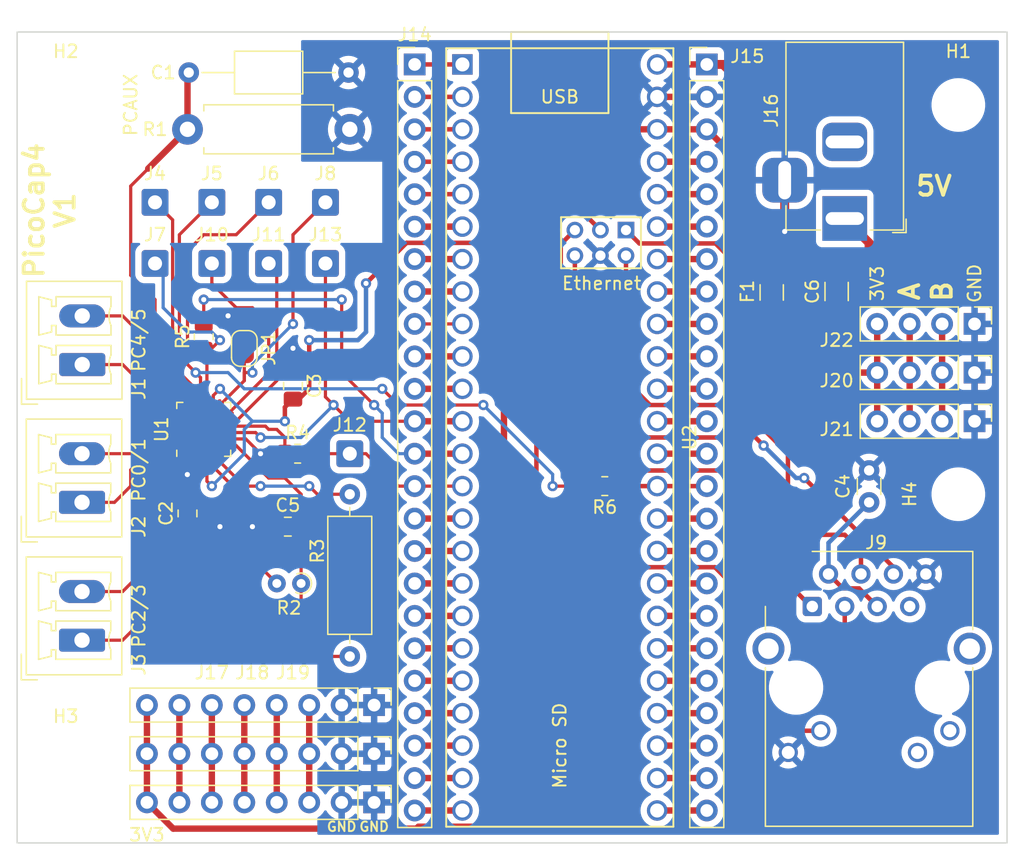
<source format=kicad_pcb>
(kicad_pcb (version 20211014) (generator pcbnew)
  (layers (0 "F.Cu" signal) (31 "B.Cu" signal) (34 "B.Paste" user) (35 "F.Paste" user) (36 "B.SilkS" user "B.Silkscreen") (37 "F.SilkS" user "F.Silkscreen") (38 "B.Mask" user) (39 "F.Mask" user) (44 "Edge.Cuts" user))
  (net 0 "")
  (net 1 "Net-(C1-Pad2)")
  (net 2 "Net-(C2-Pad2)")
  (net 3 "Net-(C4-Pad1)")
  (net 4 "ETH_GND")
  (net 5 "Net-(C5-Pad2)")
  (net 6 "Net-(C6-Pad1)")
  (net 7 "Net-(F1-Pad1)")
  (net 8 "Net-(J1-Pad1)")
  (net 9 "Net-(J1-Pad2)")
  (net 10 "Net-(J2-Pad1)")
  (net 11 "Net-(J2-Pad2)")
  (net 12 "Net-(J3-Pad1)")
  (net 13 "Net-(J3-Pad2)")
  (net 14 "Net-(J4-Pad1)")
  (net 15 "Net-(J5-Pad1)")
  (net 16 "SPI_SCK")
  (net 17 "COPI")
  (net 18 "Net-(J8-Pad1)")
  (net 19 "ETH_T+")
  (net 20 "ETH_T-")
  (net 21 "ETH_R+")
  (net 22 "ETH_R-")
  (net 24 "ETH_LED")
  (net 27 "Net-(J10-Pad1)")
  (net 28 "Net-(J11-Pad1)")
  (net 29 "CIPO")
  (net 30 "CS")
  (net 31 "Net-(J14-Pad1)")
  (net 32 "Net-(J14-Pad2)")
  (net 33 "Net-(J14-Pad3)")
  (net 34 "Net-(J14-Pad4)")
  (net 35 "Net-(J14-Pad5)")
  (net 36 "Net-(J14-Pad6)")
  (net 37 "Net-(J14-Pad7)")
  (net 38 "Net-(J14-Pad8)")
  (net 39 "Net-(J14-Pad9)")
  (net 40 "Net-(J14-Pad10)")
  (net 41 "Net-(J14-Pad11)")
  (net 42 "Net-(J14-Pad13)")
  (net 43 "Net-(J14-Pad15)")
  (net 44 "Net-(J14-Pad16)")
  (net 45 "Net-(J14-Pad17)")
  (net 46 "Net-(J14-Pad18)")
  (net 47 "Net-(J14-Pad19)")
  (net 48 "Net-(J14-Pad20)")
  (net 49 "Net-(J14-Pad21)")
  (net 50 "Net-(J14-Pad22)")
  (net 51 "Net-(J14-Pad23)")
  (net 52 "Net-(J14-Pad24)")
  (net 53 "+3V3")
  (net 54 "Net-(J15-Pad4)")
  (net 55 "Net-(J15-Pad5)")
  (net 56 "Net-(J15-Pad6)")
  (net 57 "Net-(J15-Pad7)")
  (net 58 "Net-(J15-Pad8)")
  (net 59 "Net-(J15-Pad9)")
  (net 60 "Net-(J15-Pad10)")
  (net 61 "Net-(J15-Pad11)")
  (net 62 "Net-(J15-Pad12)")
  (net 63 "Net-(J15-Pad13)")
  (net 64 "Net-(J15-Pad14)")
  (net 65 "Net-(J15-Pad15)")
  (net 66 "Net-(J15-Pad16)")
  (net 67 "Net-(J15-Pad17)")
  (net 68 "Net-(J15-Pad18)")
  (net 69 "Net-(J15-Pad19)")
  (net 70 "Net-(J15-Pad20)")
  (net 71 "Net-(J15-Pad21)")
  (net 72 "Net-(J15-Pad22)")
  (net 73 "Net-(J15-Pad23)")
  (net 74 "Net-(J15-Pad24)")
  (net 76 "Net-(R2-Pad2)")
  (net 77 "Net-(R3-Pad2)")
  (net 78 "Net-(R4-Pad1)")
  (net 79 "Net-(J17-Pad3)")
  (net 80 "Net-(J17-Pad4)")
  (net 81 "Net-(J17-Pad5)")
  (net 82 "Net-(J17-Pad6)")
  (net 83 "Net-(J17-Pad7)")
  (net 84 "Net-(J20-Pad2)")
  (net 85 "Net-(J20-Pad3)")
  (footprint "Package_DFN_QFN:QFN-24-1EP_4x4mm_P0.5mm_EP2.6x2.6mm" (layer "F.Cu") (at 158.115 84.455 90)
    (fp_text reference "U1")
    (fp_text value "PCap04")
  )
  (footprint "Capacitor_SMD:C_0805_2012Metric_Pad1.18x1.45mm_HandSolder" (layer "F.Cu") (at 164.6975 92.075)
    (fp_text reference "C5")
    (fp_text value "10nF C0G")
  )
  (footprint "Connector_Wire:SolderWire-0.5sqmm_1x01_D0.9mm_OD2.1mm" (layer "F.Cu") (at 163.195 66.675)
    (fp_text reference "J6")
    (fp_text value "Conn_01x01_Male")
  )
  (footprint "Connector_PinHeader_2.54mm:PinHeader_1x04_P2.54mm_Vertical" (layer "F.Cu") (at 218.44 76.2 -90)
    (fp_text reference "J22")
    (fp_text value "Conn_01x04")
  )
  (footprint "Connector_PinHeader_2.54mm:PinHeader_1x04_P2.54mm_Vertical" (layer "F.Cu") (at 218.44 80.01 -90)
    (fp_text reference "J20")
    (fp_text value "Conn_01x04")
  )
  (footprint "MountingHole:MountingHole_3.2mm_M3" (layer "F.Cu") (at 217.17 89.535)
    (fp_text reference "H4")
    (fp_text value "MountingHole")
  )
  (footprint "Connector_Wire:SolderWire-0.5sqmm_1x01_D0.9mm_OD2.1mm" (layer "F.Cu") (at 154.305 71.465)
    (fp_text reference "J7")
    (fp_text value "con")
  )
  (footprint "Capacitor_THT:C_Axial_L5.1mm_D3.1mm_P12.50mm_Horizontal" (layer "F.Cu") (at 169.445 56.515 180)
    (fp_text reference "C1")
    (fp_text value "0F")
  )
  (footprint "MountingHole:MountingHole_3.2mm_M3" (layer "F.Cu") (at 217.17 59.055)
    (fp_text reference "H1")
    (fp_text value "MountingHole")
  )
  (footprint "Connector_Wire:SolderWire-0.5sqmm_1x01_D0.9mm_OD2.1mm" (layer "F.Cu") (at 163.195 71.465)
    (fp_text reference "J11")
    (fp_text value "Conn_01x01_Male")
  )
  (footprint "MountingHole:MountingHole_3.2mm_M3" (layer "F.Cu") (at 147.32 111.125)
    (fp_text reference "H3")
    (fp_text value "MountingHole")
  )
  (footprint "Connector_PinHeader_2.54mm:PinHeader_1x24_P2.54mm_Vertical" (layer "F.Cu") (at 197.485 55.88)
    (fp_text reference "J15")
    (fp_text value "Conn_01x24")
  )
  (footprint "Jumper:SolderJumper-2_P1.3mm_Bridged_RoundedPad1.0x1.5mm" (layer "F.Cu") (at 161.29 78.12 90)
    (fp_text reference "JP1")
    (fp_text value "SolderJumper_2_Bridged")
  )
  (footprint "Capacitor_THT:C_Disc_D3.0mm_W1.6mm_P2.50mm" (layer "F.Cu") (at 210.185 90.17 90)
    (fp_text reference "C4")
    (fp_text value "0.1uF")
  )
  (footprint "Connector_Wire:SolderWire-0.5sqmm_1x01_D0.9mm_OD2.1mm" (layer "F.Cu") (at 169.545 86.36)
    (fp_text reference "J12")
    (fp_text value "Conn_01x01_Male")
  )
  (footprint "Connector_Wire:SolderWire-0.5sqmm_1x01_D0.9mm_OD2.1mm" (layer "F.Cu") (at 154.305 66.675)
    (fp_text reference "J4")
    (fp_text value "Conn_01x01_Male")
  )
  (footprint "Capacitor_SMD:C_1206_3216Metric_Pad1.33x1.80mm_HandSolder" (layer "F.Cu") (at 207.645 73.66 90)
    (fp_text reference "C6")
    (fp_text value "47uF")
  )
  (footprint "Resistor_THT:R_Axial_DIN0204_L3.6mm_D1.6mm_P1.90mm_Vertical" (layer "F.Cu") (at 165.735 96.52 180)
    (fp_text reference "R2")
    (fp_text value "1k RTD")
  )
  (footprint "Connector_Phoenix_MC:PhoenixContact_MCV_1,5_2-G-3.81_1x02_P3.81mm_Vertical" (layer "F.Cu") (at 148.59 90.17 90)
    (fp_text reference "J2")
    (fp_text value "Conn_01x02")
  )
  (footprint "Resistor_THT:R_Axial_DIN0309_L9.0mm_D3.2mm_P12.70mm_Horizontal" (layer "F.Cu") (at 169.545 102.235 90)
    (fp_text reference "R3")
    (fp_text value "1k")
  )
  (footprint "Connector_PinHeader_2.54mm:PinHeader_1x08_P2.54mm_Vertical" (layer "F.Cu") (at 171.45 106.045 -90)
    (fp_text reference "J17")
    (fp_text value "Conn_01x08")
  )
  (footprint "Connector_Wire:SolderWire-0.5sqmm_1x01_D0.9mm_OD2.1mm" (layer "F.Cu") (at 158.75 71.465)
    (fp_text reference "J10")
    (fp_text value "Conn_01x01_Male")
  )
  (footprint "Capacitor_SMD:C_0805_2012Metric_Pad1.18x1.45mm_HandSolder" (layer "F.Cu") (at 156.845 91.0375 90)
    (fp_text reference "C2")
    (fp_text value "4.7uF")
  )
  (footprint "Connector_Wire:SolderWire-0.5sqmm_1x01_D0.9mm_OD2.1mm" (layer "F.Cu") (at 167.64 71.465)
    (fp_text reference "J13")
    (fp_text value "Conn_01x01_Male")
  )
  (footprint "Resistor_THT:R_Axial_DIN0411_L9.9mm_D3.6mm_P12.70mm_Horizontal" (layer "F.Cu") (at 169.545 60.96 180)
    (fp_text reference "R1")
    (fp_text value "1k")
  )
  (footprint "Teensy:Teensy41" (layer "F.Cu") (at 185.9788 85.09 -90)
    (fp_text reference "U2")
    (fp_text value "Teensy4.1")
  )
  (footprint "Resistor_SMD:R_0805_2012Metric_Pad1.20x1.40mm_HandSolder" (layer "F.Cu") (at 165.465 86.36)
    (fp_text reference "R4")
    (fp_text value "22")
  )
  (footprint "Connector_Wire:SolderWire-0.5sqmm_1x01_D0.9mm_OD2.1mm" (layer "F.Cu") (at 158.75 66.675)
    (fp_text reference "J5")
    (fp_text value "con")
  )
  (footprint "Resistor_SMD:R_0805_2012Metric_Pad1.20x1.40mm_HandSolder" (layer "F.Cu") (at 189.5 88.9 180)
    (fp_text reference "R6")
    (fp_text value "22")
  )
  (footprint "Connector_BarrelJack:BarrelJack_Horizontal" (layer "F.Cu") (at 208.28 67.945 -90)
    (fp_text reference "J16")
    (fp_text value "Barrel_Jack_Switch_Pin3Ring")
  )
  (footprint "Connector_PinHeader_2.54mm:PinHeader_1x08_P2.54mm_Vertical" (layer "F.Cu") (at 171.45 109.855 -90)
    (fp_text reference "J18")
    (fp_text value "Conn_01x08")
  )
  (footprint "Connector_PinHeader_2.54mm:PinHeader_1x24_P2.54mm_Vertical" (layer "F.Cu") (at 174.625 55.88)
    (fp_text reference "J14")
    (fp_text value "Conn_01x24")
  )
  (footprint "Connector_Phoenix_MC:PhoenixContact_MCV_1,5_2-G-3.81_1x02_P3.81mm_Vertical" (layer "F.Cu") (at 148.59 100.965 90)
    (fp_text reference "J3")
    (fp_text value "Conn_01x02")
  )
  (footprint "MountingHole:MountingHole_3.2mm_M3" (layer "F.Cu") (at 147.32 59.055)
    (fp_text reference "H2")
    (fp_text value "MountingHole")
  )
  (footprint "Resistor_SMD:R_0805_2012Metric_Pad1.20x1.40mm_HandSolder" (layer "F.Cu") (at 158.115 77.2 90)
    (fp_text reference "R5")
    (fp_text value "22")
  )
  (footprint "Connector_PinHeader_2.54mm:PinHeader_1x04_P2.54mm_Vertical" (layer "F.Cu") (at 218.44 83.82 -90)
    (fp_text reference "J21")
    (fp_text value "Conn_01x04")
  )
  (footprint "Connector_PinHeader_2.54mm:PinHeader_1x08_P2.54mm_Vertical" (layer "F.Cu") (at 171.45 113.665 -90)
    (fp_text reference "J19")
    (fp_text value "Conn_01x08")
  )
  (footprint "Connector_RJ:RJ45_Cetus_J1B1211CCD_Horizontal" (layer "F.Cu") (at 205.74 98.325)
    (fp_text reference "J9")
    (fp_text value "RJ45_LED")
  )
  (footprint "Fuse:Fuse_1206_3216Metric_Pad1.42x1.75mm_HandSolder" (layer "F.Cu") (at 202.565 73.735 -90)
    (fp_text reference "F1")
    (fp_text value "Polyfuse 500mA")
  )
  (footprint "Connector_Wire:SolderWire-0.5sqmm_1x01_D0.9mm_OD2.1mm" (layer "F.Cu") (at 167.64 66.675)
    (fp_text reference "J8")
    (fp_text value "Conn_01x01_Male")
  )
  (footprint "Connector_Phoenix_MC:PhoenixContact_MCV_1,5_2-G-3.81_1x02_P3.81mm_Vertical" (layer "F.Cu") (at 148.6075 79.3825 90)
    (fp_text reference "J1")
    (fp_text value "Conn_01x02")
  )
  (footprint "Capacitor_SMD:C_0805_2012Metric_Pad1.18x1.45mm_HandSolder" (layer "F.Cu") (at 165.1 81.0475 -90)
    (fp_text reference "C3")
    (fp_text value "10uF")
  )
  (gr_line (start 220.98 116.84) (end 143.51 116.84) (layer "Edge.Cuts") (width 0.1))
  (gr_line (start 143.51 53.34) (end 220.98 53.34) (layer "Edge.Cuts") (width 0.1))
  (gr_line (start 220.98 53.34) (end 220.98 116.84) (layer "Edge.Cuts") (width 0.1))
  (gr_line (start 143.51 116.84) (end 143.51 53.34) (layer "Edge.Cuts") (width 0.1))
  (gr_text "PC0/1" (at 153.035 87.63 90) (layer "F.SilkS") (effects (font (size 1 1))))
  (gr_text "PC4/5" (at 153.035 77.47 90) (layer "F.SilkS") (effects (font (size 1 1))))
  (gr_text "5V" (at 215.265 65.405) (layer "F.SilkS") (effects (font (size 1.5 1.5) (thickness 0.3))))
  (gr_text "GND" (at 168.91 115.57) (layer "F.SilkS") (effects (font (size 0.75 0.75))))
  (gr_text "B" (at 215.9 73.66 90) (layer "F.SilkS") (effects (font (size 1.5 1.5) (thickness 0.3))))
  (gr_text "GND" (at 218.44 73.025 90) (layer "F.SilkS") (effects (font (size 1 1))))
  (gr_text "PCAUX" (at 152.4 59.055 90) (layer "F.SilkS") (effects (font (size 1 1))))
  (gr_text "PC2/3" (at 153.035 99.06 90) (layer "F.SilkS") (effects (font (size 1 1))))
  (gr_text "A" (at 213.36 73.66 90) (layer "F.SilkS") (effects (font (size 1.5 1.5) (thickness 0.3))))
  (gr_text "PicoCap4\nV1" (at 146.05 67.31 90) (layer "F.SilkS") (effects (font (size 1.5 1.5) (thickness 0.3))))
  (gr_text "3V3" (at 153.67 116.205) (layer "F.SilkS") (effects (font (size 1 1))))
  (gr_text "3V3" (at 210.82 73.025 90) (layer "F.SilkS") (effects (font (size 1 1))))
  (gr_text "GND" (at 171.45 115.57) (layer "F.SilkS") (effects (font (size 0.75 0.75))))
  (segment (start 152.4 65.405) (end 153.77 64.035) (width 0.25) (layer "F.Cu") (net 1))
  (segment (start 154.305 81.915) (end 154.305 74.295) (width 0.25) (layer "F.Cu") (net 1))
  (segment (start 153.77 64.035) (end 156.845 60.96) (width 0.5) (layer "F.Cu") (net 1))
  (segment (start 156.845 56.615) (end 156.945 56.515) (width 0.5) (layer "F.Cu") (net 1))
  (segment (start 154.305 74.295) (end 152.4 72.39) (width 0.25) (layer "F.Cu") (net 1))
  (segment (start 156.1775 83.205) (end 155.595 83.205) (width 0.25) (layer "F.Cu") (net 1))
  (segment (start 156.845 60.96) (end 156.845 56.615) (width 0.5) (layer "F.Cu") (net 1))
  (segment (start 155.595 83.205) (end 154.305 81.915) (width 0.25) (layer "F.Cu") (net 1))
  (segment (start 152.4 72.39) (end 152.4 65.405) (width 0.25) (layer "F.Cu") (net 1))
  (segment (start 157.865 87.986364) (end 156.845 89.006364) (width 0.25) (layer "F.Cu") (net 2))
  (segment (start 157.865 86.3925) (end 157.865 87.986364) (width 0.25) (layer "F.Cu") (net 2))
  (segment (start 156.845 89.006364) (end 156.845 90) (width 0.25) (layer "F.Cu") (net 2))
  (segment (start 207.01 95.785) (end 208.135 96.91) (width 0.35) (layer "F.Cu") (net 3))
  (segment (start 209.405 96.91) (end 210.82 98.325) (width 0.35) (layer "F.Cu") (net 3))
  (segment (start 208.135 96.91) (end 209.405 96.91) (width 0.35) (layer "F.Cu") (net 3))
  (segment (start 207.01 93.345) (end 210.185 90.17) (width 0.35) (layer "B.Cu") (net 3))
  (segment (start 207.01 95.785) (end 207.01 93.345) (width 0.35) (layer "B.Cu") (net 3))
  (segment (start 165.1 80.01) (end 165.1 78.105) (width 0.5) (layer "F.Cu") (net 4))
  (segment (start 161.405 85.205) (end 162.56 86.36) (width 0.25) (layer "F.Cu") (net 4))
  (segment (start 218.44 76.2) (end 218.44 79.375) (width 0.5) (layer "F.Cu") (net 4))
  (segment (start 161.29 76.835) (end 160.02 75.565) (width 0.35) (layer "F.Cu") (net 4))
  (segment (start 207.645 72.0975) (end 206.7175 72.0975) (width 0.5) (layer "F.Cu") (net 4))
  (segment (start 203.58 64.945) (end 203.58 68.96) (width 0.7) (layer "F.Cu") (net 4))
  (segment (start 161.925 92.075) (end 163.66 92.075) (width 0.25) (layer "F.Cu") (net 4))
  (segment (start 160.0525 85.205) (end 161.405 85.205) (width 0.25) (layer "F.Cu") (net 4))
  (segment (start 218.44 83.185) (end 218.44 79.375) (width 0.5) (layer "F.Cu") (net 4))
  (segment (start 157.365 87.461059) (end 156.832238 87.993821) (width 0.25) (layer "F.Cu") (net 4))
  (segment (start 159.385 92.075) (end 156.845 92.075) (width 0.25) (layer "F.Cu") (net 4))
  (segment (start 193.5988 58.42) (end 197.485 58.42) (width 0.5) (layer "F.Cu") (net 4))
  (segment (start 203.58 68.96) (end 206.7175 72.0975) (width 0.7) (layer "F.Cu") (net 4))
  (segment (start 157.365 86.3925) (end 157.365 87.461059) (width 0.25) (layer "F.Cu") (net 4))
  (segment (start 161.29 77.47) (end 161.29 76.835) (width 0.35) (layer "F.Cu") (net 4))
  (via (at 160.02 75.565) (size 0.8) (drill 0.4) (layers "F.Cu" "B.Cu") (net 4))
  (via (at 159.385 92.075) (size 0.8) (drill 0.4) (layers "F.Cu" "B.Cu") (net 4))
  (via (at 203.58 68.96) (size 0.8) (drill 0.4) (layers "F.Cu" "B.Cu") (net 4))
  (via (at 162.56 86.36) (size 0.8) (drill 0.4) (layers "F.Cu" "B.Cu") (net 4))
  (via (at 156.832238 87.993821) (size 0.8) (drill 0.4) (layers "F.Cu" "B.Cu") (net 4))
  (via (at 165.1 78.105) (size 0.8) (drill 0.4) (layers "F.Cu" "B.Cu") (net 4))
  (via (at 161.925 92.075) (size 0.8) (drill 0.4) (layers "F.Cu" "B.Cu") (net 4))
  (segment (start 160.0525 85.705) (end 160.635 85.705) (width 0.25) (layer "F.Cu") (net 5))
  (segment (start 165.735 100.965) (end 167.005 102.235) (width 0.25) (layer "F.Cu") (net 5))
  (segment (start 165.735 96.52) (end 165.735 100.965) (width 0.25) (layer "F.Cu") (net 5))
  (segment (start 164.465 88.265) (end 165.735 89.535) (width 0.25) (layer "F.Cu") (net 5))
  (segment (start 160.635 85.705) (end 163.195 88.265) (width 0.25) (layer "F.Cu") (net 5))
  (segment (start 163.195 88.265) (end 164.465 88.265) (width 0.25) (layer "F.Cu") (net 5))
  (segment (start 167.005 102.235) (end 169.545 102.235) (width 0.25) (layer "F.Cu") (net 5))
  (segment (start 165.735 96.52) (end 165.735 92.075) (width 0.25) (layer "F.Cu") (net 5))
  (segment (start 165.735 89.535) (end 165.735 92.075) (width 0.25) (layer "F.Cu") (net 5))
  (segment (start 210.185 72.6825) (end 207.645 75.2225) (width 0.7) (layer "F.Cu") (net 6))
  (segment (start 208.28 67.945) (end 210.185 69.85) (width 0.7) (layer "F.Cu") (net 6))
  (segment (start 210.185 69.85) (end 210.185 72.6825) (width 0.7) (layer "F.Cu") (net 6))
  (segment (start 202.565 75.2225) (end 207.645 75.2225) (width 0.7) (layer "F.Cu") (net 6))
  (segment (start 200.725 68.645) (end 200.725 57.85) (width 0.5) (layer "F.Cu") (net 7))
  (segment (start 202.565 70.485) (end 200.725 68.645) (width 0.5) (layer "F.Cu") (net 7))
  (segment (start 200.725 57.85) (end 200.025 57.15) (width 0.5) (layer "F.Cu") (net 7))
  (segment (start 202.565 72.2475) (end 202.565 70.485) (width 0.5) (layer "F.Cu") (net 7))
  (segment (start 193.5988 55.88) (end 197.485 55.88) (width 0.5) (layer "F.Cu") (net 7))
  (segment (start 198.755 55.88) (end 197.485 55.88) (width 0.7) (layer "F.Cu") (net 7))
  (segment (start 200.025 57.15) (end 198.755 55.88) (width 0.7) (layer "F.Cu") (net 7))
  (segment (start 156.1775 84.205) (end 155.322208 84.205) (width 0.25) (layer "F.Cu") (net 8))
  (segment (start 153.035 80.645) (end 151.7725 79.3825) (width 0.25) (layer "F.Cu") (net 8))
  (segment (start 153.035 81.917792) (end 153.035 80.645) (width 0.25) (layer "F.Cu") (net 8))
  (segment (start 151.7725 79.3825) (end 148.6075 79.3825) (width 0.25) (layer "F.Cu") (net 8))
  (segment (start 155.322208 84.205) (end 153.035 81.917792) (width 0.25) (layer "F.Cu") (net 8))
  (segment (start 153.67 77.47) (end 151.7725 75.5725) (width 0.25) (layer "F.Cu") (net 9))
  (segment (start 153.67 81.916396) (end 153.67 77.47) (width 0.25) (layer "F.Cu") (net 9))
  (segment (start 151.7725 75.5725) (end 148.6075 75.5725) (width 0.25) (layer "F.Cu") (net 9))
  (segment (start 155.458604 83.705) (end 153.67 81.916396) (width 0.25) (layer "F.Cu") (net 9))
  (segment (start 156.1775 83.705) (end 155.458604 83.705) (width 0.25) (layer "F.Cu") (net 9))
  (segment (start 152.4 87.63) (end 152.4 88.9) (width 0.25) (layer "F.Cu") (net 10))
  (segment (start 151.13 90.17) (end 148.59 90.17) (width 0.25) (layer "F.Cu") (net 10))
  (segment (start 156.1775 85.205) (end 154.825 85.205) (width 0.25) (layer "F.Cu") (net 10))
  (segment (start 154.825 85.205) (end 152.4 87.63) (width 0.25) (layer "F.Cu") (net 10))
  (segment (start 152.4 88.9) (end 151.13 90.17) (width 0.25) (layer "F.Cu") (net 10))
  (segment (start 156.1775 84.705) (end 154.555 84.705) (width 0.25) (layer "F.Cu") (net 11))
  (segment (start 154.555 84.705) (end 152.9 86.36) (width 0.25) (layer "F.Cu") (net 11))
  (segment (start 152.9 86.36) (end 148.59 86.36) (width 0.25) (layer "F.Cu") (net 11))
  (segment (start 156.865 86.935754) (end 154.94 88.860754) (width 0.25) (layer "F.Cu") (net 12))
  (segment (start 156.865 86.3925) (end 156.865 86.935754) (width 0.25) (layer "F.Cu") (net 12))
  (segment (start 154.94 97.79) (end 151.765 100.965) (width 0.25) (layer "F.Cu") (net 12))
  (segment (start 154.94 88.860754) (end 154.94 97.79) (width 0.25) (layer "F.Cu") (net 12))
  (segment (start 151.765 100.965) (end 148.59 100.965) (width 0.25) (layer "F.Cu") (net 12))
  (segment (start 156.1575 85.725) (end 155.575 85.725) (width 0.25) (layer "F.Cu") (net 13))
  (segment (start 156.1775 85.705) (end 156.1575 85.725) (width 0.25) (layer "F.Cu") (net 13))
  (segment (start 153.67 87.63) (end 153.67 95.25) (width 0.25) (layer "F.Cu") (net 13))
  (segment (start 153.67 95.25) (end 151.765 97.155) (width 0.25) (layer "F.Cu") (net 13))
  (segment (start 155.575 85.725) (end 153.67 87.63) (width 0.25) (layer "F.Cu") (net 13))
  (segment (start 151.765 97.155) (end 148.59 97.155) (width 0.25) (layer "F.Cu") (net 13))
  (segment (start 155.68 68.05) (end 154.305 66.675) (width 0.25) (layer "F.Cu") (net 14))
  (segment (start 156.865 82.5175) (end 156.865 81.301396) (width 0.25) (layer "F.Cu") (net 14))
  (segment (start 155.68 80.116396) (end 155.68 68.05) (width 0.25) (layer "F.Cu") (net 14))
  (segment (start 156.865 81.301396) (end 155.68 80.116396) (width 0.25) (layer "F.Cu") (net 14))
  (segment (start 157.365 81.165) (end 156.21 80.01) (width 0.25) (layer "F.Cu") (net 15))
  (segment (start 156.21 80.01) (end 156.21 69.215) (width 0.25) (layer "F.Cu") (net 15))
  (segment (start 156.21 69.215) (end 158.75 66.675) (width 0.25) (layer "F.Cu") (net 15))
  (segment (start 157.365 82.5175) (end 157.365 81.165) (width 0.25) (layer "F.Cu") (net 15))
  (segment (start 157.865 80.395) (end 157.48 80.01) (width 0.25) (layer "F.Cu") (net 16))
  (segment (start 158.115 69.215) (end 160.655 69.215) (width 0.25) (layer "F.Cu") (net 16))
  (segment (start 185.42 88.9) (end 188.5 88.9) (width 0.25) (layer "F.Cu") (net 16))
  (segment (start 157.865 82.5175) (end 157.865 80.395) (width 0.25) (layer "F.Cu") (net 16))
  (segment (start 160.655 69.215) (end 163.195 66.675) (width 0.25) (layer "F.Cu") (net 16))
  (segment (start 172.085 81.28) (end 173.355 82.55) (width 0.25) (layer "F.Cu") (net 16))
  (segment (start 173.355 82.55) (end 179.995 82.55) (width 0.25) (layer "F.Cu") (net 16))
  (segment (start 157.48 80.01) (end 156.845 79.375) (width 0.25) (layer "F.Cu") (net 16))
  (segment (start 156.845 79.375) (end 156.845 70.485) (width 0.25) (layer "F.Cu") (net 16))
  (segment (start 156.845 70.485) (end 158.115 69.215) (width 0.25) (layer "F.Cu") (net 16))
  (via (at 179.995 82.55) (size 0.8) (drill 0.4) (layers "F.Cu" "B.Cu") (net 16))
  (via (at 185.42 88.9) (size 0.8) (drill 0.4) (layers "F.Cu" "B.Cu") (net 16))
  (via (at 172.085 81.28) (size 0.8) (drill 0.4) (layers "F.Cu" "B.Cu") (net 16))
  (via (at 157.48 80.01) (size 0.8) (drill 0.4) (layers "F.Cu" "B.Cu") (net 16))
  (segment (start 185.42 87.975) (end 179.995 82.55) (width 0.25) (layer "B.Cu") (net 16))
  (segment (start 172.085 81.28) (end 161.29 81.28) (width 0.25) (layer "B.Cu") (net 16))
  (segment (start 161.29 81.28) (end 160.02 80.01) (width 0.25) (layer "B.Cu") (net 16))
  (segment (start 185.42 88.9) (end 185.42 87.975) (width 0.25) (layer "B.Cu") (net 16))
  (segment (start 160.02 80.01) (end 157.48 80.01) (width 0.25) (layer "B.Cu") (net 16))
  (segment (start 158.655 78.2) (end 159.385 77.47) (width 0.25) (layer "F.Cu") (net 17))
  (segment (start 158.115 78.2) (end 158.655 78.2) (width 0.25) (layer "F.Cu") (net 17))
  (segment (start 158.365 82.5175) (end 158.365 78.45) (width 0.25) (layer "F.Cu") (net 17))
  (segment (start 158.365 78.45) (end 158.115 78.2) (width 0.25) (layer "F.Cu") (net 17))
  (via (at 159.385 77.47) (size 0.8) (drill 0.4) (layers "F.Cu" "B.Cu") (net 17))
  (segment (start 156.845 76.835) (end 154.94 74.93) (width 0.25) (layer "B.Cu") (net 17))
  (segment (start 154.94 72.1) (end 154.305 71.465) (width 0.25) (layer "B.Cu") (net 17))
  (segment (start 158.75 76.835) (end 156.845 76.835) (width 0.25) (layer "B.Cu") (net 17))
  (segment (start 154.94 74.93) (end 154.94 72.1) (width 0.25) (layer "B.Cu") (net 17))
  (segment (start 159.385 77.47) (end 158.75 76.835) (width 0.25) (layer "B.Cu") (net 17))
  (segment (start 161.29 80.645) (end 161.29 80.01) (width 0.25) (layer "F.Cu") (net 18))
  (segment (start 159.4175 82.5175) (end 161.29 80.645) (width 0.25) (layer "F.Cu") (net 18))
  (segment (start 161.29 80.01) (end 161.925 80.01) (width 0.25) (layer "F.Cu") (net 18))
  (segment (start 165.1 76.2) (end 165.1 69.215) (width 0.25) (layer "F.Cu") (net 18))
  (segment (start 159.365 82.5175) (end 159.4175 82.5175) (width 0.25) (layer "F.Cu") (net 18))
  (segment (start 165.1 69.215) (end 167.64 66.675) (width 0.25) (layer "F.Cu") (net 18))
  (segment (start 161.29 80.645) (end 161.29 78.77) (width 0.25) (layer "F.Cu") (net 18))
  (via (at 165.1 76.2) (size 0.8) (drill 0.4) (layers "F.Cu" "B.Cu") (net 18))
  (via (at 161.925 80.01) (size 0.8) (drill 0.4) (layers "F.Cu" "B.Cu") (net 18))
  (segment (start 165.1 76.2) (end 161.925 79.375) (width 0.25) (layer "B.Cu") (net 18))
  (segment (start 161.925 79.375) (end 161.925 80.01) (width 0.25) (layer "B.Cu") (net 18))
  (segment (start 190.5 85.09) (end 187.1604 81.7504) (width 0.35) (layer "F.Cu") (net 19))
  (segment (start 199.39 85.09) (end 190.5 85.09) (width 0.35) (layer "F.Cu") (net 19))
  (segment (start 201.93 94.615) (end 201.93 87.63) (width 0.35) (layer "F.Cu") (net 19))
  (segment (start 201.93 87.63) (end 199.39 85.09) (width 0.35) (layer "F.Cu") (net 19))
  (segment (start 205.74 98.325) (end 205.64 98.325) (width 0.35) (layer "F.Cu") (net 19))
  (segment (start 205.64 98.325) (end 201.93 94.615) (width 0.35) (layer "F.Cu") (net 19))
  (segment (start 187.1604 81.7504) (end 187.1604 70.85) (width 0.35) (layer "F.Cu") (net 19))
  (segment (start 208.28 99.695) (end 208.28 98.325) (width 0.35) (layer "F.Cu") (net 20))
  (segment (start 187.1604 68.85) (end 186.055 69.9554) (width 0.35) (layer "F.Cu") (net 20))
  (segment (start 207.645 100.33) (end 208.28 99.695) (width 0.35) (layer "F.Cu") (net 20))
  (segment (start 186.055 83.82) (end 189.91 87.675) (width 0.35) (layer "F.Cu") (net 20))
  (segment (start 189.91 87.675) (end 198.8 87.675) (width 0.35) (layer "F.Cu") (net 20))
  (segment (start 186.055 69.9554) (end 186.055 83.82) (width 0.35) (layer "F.Cu") (net 20))
  (segment (start 200.66 96.52) (end 204.47 100.33) (width 0.35) (layer "F.Cu") (net 20))
  (segment (start 200.66 89.535) (end 200.66 96.52) (width 0.35) (layer "F.Cu") (net 20))
  (segment (start 204.47 100.33) (end 207.645 100.33) (width 0.35) (layer "F.Cu") (net 20))
  (segment (start 198.8 87.675) (end 200.66 89.535) (width 0.35) (layer "F.Cu") (net 20))
  (segment (start 192.2054 69.895) (end 198.165 69.895) (width 0.35) (layer "F.Cu") (net 21))
  (segment (start 203.835 86.36) (end 203.835 92.075) (width 0.35) (layer "F.Cu") (net 21))
  (segment (start 198.165 69.895) (end 199.3 71.03) (width 0.35) (layer "F.Cu") (net 21))
  (segment (start 191.1604 68.85) (end 192.2054 69.895) (width 0.35) (layer "F.Cu") (net 21))
  (segment (start 199.3 71.03) (end 199.3 81.825) (width 0.35) (layer "F.Cu") (net 21))
  (segment (start 209.55 93.98) (end 209.55 95.785) (width 0.35) (layer "F.Cu") (net 21))
  (segment (start 204.47 92.71) (end 208.28 92.71) (width 0.35) (layer "F.Cu") (net 21))
  (segment (start 203.835 92.075) (end 204.47 92.71) (width 0.35) (layer "F.Cu") (net 21))
  (segment (start 199.3 81.825) (end 203.835 86.36) (width 0.35) (layer "F.Cu") (net 21))
  (segment (start 208.28 92.71) (end 209.55 93.98) (width 0.35) (layer "F.Cu") (net 21))
  (segment (start 191.1604 80.6704) (end 191.1604 70.85) (width 0.35) (layer "F.Cu") (net 22))
  (segment (start 212.09 95.785) (end 212.09 95.25) (width 0.35) (layer "F.Cu") (net 22))
  (segment (start 198.755 82.55) (end 193.04 82.55) (width 0.35) (layer "F.Cu") (net 22))
  (segment (start 201.93 85.725) (end 198.755 82.55) (width 0.35) (layer "F.Cu") (net 22))
  (segment (start 208.28 91.44) (end 205.105 88.265) (width 0.35) (layer "F.Cu") (net 22))
  (segment (start 193.04 82.55) (end 191.1604 80.6704) (width 0.35) (layer "F.Cu") (net 22))
  (segment (start 212.09 95.25) (end 208.28 91.44) (width 0.35) (layer "F.Cu") (net 22))
  (via (at 205.105 88.265) (size 0.8) (drill 0.4) (layers "F.Cu" "B.Cu") (net 22))
  (via (at 201.93 85.725) (size 0.8) (drill 0.4) (layers "F.Cu" "B.Cu") (net 22))
  (segment (start 204.47 88.265) (end 201.93 85.725) (width 0.35) (layer "B.Cu") (net 22))
  (segment (start 205.105 88.265) (end 204.47 88.265) (width 0.35) (layer "B.Cu") (net 22))
  (segment (start 184.15 80.01) (end 184.15 90.17) (width 0.35) (layer "F.Cu") (net 24))
  (segment (start 199.39 105.393278) (end 202.051722 108.055) (width 0.35) (layer "F.Cu") (net 24))
  (segment (start 199.39 96.52) (end 199.39 105.393278) (width 0.35) (layer "F.Cu") (net 24))
  (segment (start 186.69 67.31) (end 184.785 69.215) (width 0.35) (layer "F.Cu") (net 24))
  (segment (start 184.785 69.215) (end 184.785 79.375) (width 0.35) (layer "F.Cu") (net 24))
  (segment (start 184.15 90.17) (end 189.23 95.25) (width 0.35) (layer "F.Cu") (net 24))
  (segment (start 189.1604 68.85) (end 187.6204 67.31) (width 0.35) (layer "F.Cu") (net 24))
  (segment (start 198.12 95.25) (end 199.39 96.52) (width 0.35) (layer "F.Cu") (net 24))
  (segment (start 184.785 79.375) (end 184.15 80.01) (width 0.35) (layer "F.Cu") (net 24))
  (segment (start 202.051722 108.055) (end 206.4 108.055) (width 0.35) (layer "F.Cu") (net 24))
  (segment (start 189.23 95.25) (end 198.12 95.25) (width 0.35) (layer "F.Cu") (net 24))
  (segment (start 187.6204 67.31) (end 186.69 67.31) (width 0.35) (layer "F.Cu") (net 24))
  (segment (start 163.195 76.2) (end 161.925 74.93) (width 0.25) (layer "F.Cu") (net 27))
  (segment (start 160.655 74.93) (end 158.75 73.025) (width 0.25) (layer "F.Cu") (net 27))
  (segment (start 161.925 74.93) (end 160.655 74.93) (width 0.25) (layer "F.Cu") (net 27))
  (segment (start 160.0525 83.205) (end 163.195 80.0625) (width 0.25) (layer "F.Cu") (net 27))
  (segment (start 163.195 80.0625) (end 163.195 76.2) (width 0.25) (layer "F.Cu") (net 27))
  (segment (start 158.75 73.025) (end 158.75 71.465) (width 0.25) (layer "F.Cu") (net 27))
  (segment (start 163.83 72.1) (end 163.195 71.465) (width 0.25) (layer "F.Cu") (net 28))
  (segment (start 163.83 80.645) (end 163.83 72.1) (width 0.25) (layer "F.Cu") (net 28))
  (segment (start 160.77 83.705) (end 163.83 80.645) (width 0.25) (layer "F.Cu") (net 28))
  (segment (start 160.0525 83.705) (end 160.77 83.705) (width 0.25) (layer "F.Cu") (net 28))
  (segment (start 173.355 88.9) (end 174.625 88.9) (width 0.25) (layer "F.Cu") (net 29))
  (segment (start 170.815 86.36) (end 173.355 88.9) (width 0.25) (layer "F.Cu") (net 29))
  (segment (start 167.1 86.36) (end 170.815 86.36) (width 0.25) (layer "F.Cu") (net 29))
  (segment (start 174.625 88.9) (end 178.3588 88.9) (width 0.25) (layer "F.Cu") (net 29))
  (segment (start 160.0525 84.705) (end 162.175 84.705) (width 0.25) (layer "F.Cu") (net 30))
  (segment (start 167.64 71.465) (end 167.64 81.915) (width 0.25) (layer "F.Cu") (net 30))
  (segment (start 168.275 82.55) (end 169.545 83.82) (width 0.25) (layer "F.Cu") (net 30))
  (segment (start 174.625 83.82) (end 178.3588 83.82) (width 0.5) (layer "F.Cu") (net 30))
  (segment (start 167.64 81.915) (end 168.275 82.55) (width 0.25) (layer "F.Cu") (net 30))
  (segment (start 169.545 83.82) (end 174.625 83.82) (width 0.25) (layer "F.Cu") (net 30))
  (segment (start 162.175 84.705) (end 162.56 85.09) (width 0.25) (layer "F.Cu") (net 30))
  (via (at 168.275 82.55) (size 0.8) (drill 0.4) (layers "F.Cu" "B.Cu") (net 30))
  (via (at 162.56 85.09) (size 0.8) (drill 0.4) (layers "F.Cu" "B.Cu") (net 30))
  (segment (start 162.56 85.09) (end 165.735 85.09) (width 0.25) (layer "B.Cu") (net 30))
  (segment (start 165.735 85.09) (end 168.275 82.55) (width 0.25) (layer "B.Cu") (net 30))
  (segment (start 174.625 55.88) (end 178.3588 55.88) (width 0.35) (layer "F.Cu") (net 31))
  (segment (start 174.625 58.42) (end 178.3588 58.42) (width 0.35) (layer "F.Cu") (net 32))
  (segment (start 174.625 60.96) (end 178.3588 60.96) (width 0.35) (layer "F.Cu") (net 33))
  (segment (start 174.625 63.5) (end 178.3588 63.5) (width 0.35) (layer "F.Cu") (net 34))
  (segment (start 174.625 66.04) (end 178.3588 66.04) (width 0.35) (layer "F.Cu") (net 35))
  (segment (start 174.625 68.58) (end 178.3588 68.58) (width 0.5) (layer "F.Cu") (net 36))
  (segment (start 174.625 71.12) (end 178.3588 71.12) (width 0.5) (layer "F.Cu") (net 37))
  (segment (start 174.625 73.66) (end 178.3588 73.66) (width 0.5) (layer "F.Cu") (net 38))
  (segment (start 174.625 76.2) (end 178.3588 76.2) (width 0.25) (layer "F.Cu") (net 39))
  (segment (start 174.625 78.74) (end 178.3588 78.74) (width 0.5) (layer "F.Cu") (net 40))
  (segment (start 174.625 81.28) (end 178.3588 81.28) (width 0.5) (layer "F.Cu") (net 41))
  (segment (start 168.91 74.295) (end 168.91 80.01) (width 0.25) (layer "F.Cu") (net 42))
  (segment (start 168.91 80.01) (end 171.45 82.55) (width 0.25) (layer "F.Cu") (net 42))
  (segment (start 174.625 86.36) (end 178.3588 86.36) (width 0.5) (layer "F.Cu") (net 42))
  (segment (start 158.115 76.2) (end 158.115 74.295) (width 0.25) (layer "F.Cu") (net 42))
  (via (at 168.91 74.295) (size 0.8) (drill 0.4) (layers "F.Cu" "B.Cu") (net 42))
  (via (at 171.45 82.55) (size 0.8) (drill 0.4) (layers "F.Cu" "B.Cu") (net 42))
  (via (at 158.115 74.295) (size 0.8) (drill 0.4) (layers "F.Cu" "B.Cu") (net 42))
  (segment (start 172.085 83.185) (end 172.085 85.09) (width 0.25) (layer "B.Cu") (net 42))
  (segment (start 171.45 82.55) (end 172.085 83.185) (width 0.25) (layer "B.Cu") (net 42))
  (segment (start 172.085 85.09) (end 173.355 86.36) (width 0.25) (layer "B.Cu") (net 42))
  (segment (start 158.115 74.295) (end 168.91 74.295) (width 0.25) (layer "B.Cu") (net 42))
  (segment (start 173.355 86.36) (end 174.625 86.36) (width 0.25) (layer "B.Cu") (net 42))
  (segment (start 174.625 91.44) (end 178.3588 91.44) (width 0.5) (layer "F.Cu") (net 43))
  (segment (start 174.625 93.98) (end 178.3588 93.98) (width 0.5) (layer "F.Cu") (net 44))
  (segment (start 174.625 96.52) (end 178.3588 96.52) (width 0.5) (layer "F.Cu") (net 45))
  (segment (start 174.625 99.06) (end 178.3588 99.06) (width 0.5) (layer "F.Cu") (net 46))
  (segment (start 174.625 101.6) (end 178.3588 101.6) (width 0.5) (layer "F.Cu") (net 47))
  (segment (start 174.625 104.14) (end 178.3588 104.14) (width 0.5) (layer "F.Cu") (net 48))
  (segment (start 174.625 106.68) (end 178.3588 106.68) (width 0.5) (layer "F.Cu") (net 49))
  (segment (start 174.625 109.22) (end 178.3588 109.22) (width 0.5) (layer "F.Cu") (net 50))
  (segment (start 174.625 111.76) (end 178.3588 111.76) (width 0.5) (layer "F.Cu") (net 51))
  (segment (start 174.625 114.3) (end 178.3588 114.3) (width 0.5) (layer "F.Cu") (net 52))
  (segment (start 203.835 80.01) (end 210.82 80.01) (width 0.5) (layer "F.Cu") (net 53))
  (segment (start 200.025 76.2) (end 203.835 80.01) (width 0.5) (layer "F.Cu") (net 53))
  (segment (start 165.565 82.085) (end 165.1 82.085) (width 0.35) (layer "F.Cu") (net 53))
  (segment (start 164.465 82.72) (end 165.1 82.085) (width 0.35) (layer "F.Cu") (net 53))
  (segment (start 187.96 60.96) (end 181.61 67.31) (width 0.5) (layer "F.Cu") (net 53))
  (segment (start 197.485 60.96) (end 200.025 63.5) (width 0.5) (layer "F.Cu") (net 53))
  (segment (start 158.865 81.8) (end 159.385 81.28) (width 0.25) (layer "F.Cu") (net 53))
  (segment (start 153.67 106.045) (end 153.67 109.855) (width 0.5) (layer "F.Cu") (net 53))
  (segment (start 174.919885 115.57) (end 174.7702 115.719685) (width 0.5) (layer "F.Cu") (net 53))
  (segment (start 164.465 83.82) (end 164.465 82.72) (width 0.35) (layer "F.Cu") (net 53))
  (segment (start 153.67 113.665) (end 153.67 109.855) (width 0.5) (layer "F.Cu") (net 53))
  (segment (start 193.5988 60.96) (end 187.96 60.96) (width 0.5) (layer "F.Cu") (net 53))
  (segment (start 210.82 76.2) (end 210.82 79.375) (width 0.5) (layer "F.Cu") (net 53))
  (segment (start 181.61 69.85) (end 181.61 113.665) (width 0.5) (layer "F.Cu") (net 53))
  (segment (start 200.025 63.5) (end 200.025 76.2) (width 0.5) (layer "F.Cu") (net 53))
  (segment (start 193.5988 60.96) (end 197.485 60.96) (width 0.5) (layer "F.Cu") (net 53))
  (segment (start 170.815 73.025) (end 173.99 69.85) (width 0.35) (layer "F.Cu") (net 53))
  (segment (start 166.37 81.28) (end 165.565 82.085) (width 0.35) (layer "F.Cu") (net 53))
  (segment (start 181.61 67.31) (end 181.61 69.85) (width 0.5) (layer "F.Cu") (net 53))
  (segment (start 155.724685 115.719685) (end 153.67 113.665) (width 0.5) (layer "F.Cu") (net 53))
  (segment (start 181.61 113.665) (end 179.705 115.57) (width 0.5) (layer "F.Cu") (net 53))
  (segment (start 166.37 77.47) (end 166.37 81.28) (width 0.35) (layer "F.Cu") (net 53))
  (segment (start 174.7702 115.719685) (end 155.724685 115.719685) (width 0.5) (layer "F.Cu") (net 53))
  (segment (start 158.75 88.9) (end 158.365 88.515) (width 0.25) (layer "F.Cu") (net 53))
  (segment (start 158.865 82.5175) (end 158.865 81.8) (width 0.25) (layer "F.Cu") (net 53))
  (segment (start 158.365 88.515) (end 158.365 86.3925) (width 0.25) (layer "F.Cu") (net 53))
  (segment (start 179.705 115.57) (end 174.919885 115.57) (width 0.5) (layer "F.Cu") (net 53))
  (segment (start 210.82 83.185) (end 210.82 79.375) (width 0.5) (layer "F.Cu") (net 53))
  (segment (start 173.99 69.85) (end 181.61 69.85) (width 0.35) (layer "F.Cu") (net 53))
  (via (at 158.75 88.9) (size 0.8) (drill 0.4) (layers "F.Cu" "B.Cu") (net 53))
  (via (at 159.385 81.28) (size 0.8) (drill 0.4) (layers "F.Cu" "B.Cu") (net 53))
  (via (at 170.815 73.025) (size 0.8) (drill 0.4) (layers "F.Cu" "B.Cu") (net 53))
  (via (at 164.465 83.82) (size 0.8) (drill 0.4) (layers "F.Cu" "B.Cu") (net 53))
  (via (at 166.37 77.47) (size 0.8) (drill 0.4) (layers "F.Cu" "B.Cu") (net 53))
  (segment (start 170.18 77.47) (end 166.37 77.47) (width 0.35) (layer "B.Cu") (net 53))
  (segment (start 161.29 84.455) (end 161.29 86.36) (width 0.25) (layer "B.Cu") (net 53))
  (segment (start 161.29 86.36) (end 158.75 88.9) (width 0.25) (layer "B.Cu") (net 53))
  (segment (start 170.815 76.835) (end 170.18 77.47) (width 0.35) (layer "B.Cu") (net 53))
  (segment (start 161.925 83.82) (end 164.465 83.82) (width 0.25) (layer "B.Cu") (net 53))
  (segment (start 170.815 73.025) (end 170.815 76.835) (width 0.35) (layer "B.Cu") (net 53))
  (segment (start 161.925 83.82) (end 161.29 84.455) (width 0.25) (layer "B.Cu") (net 53))
  (segment (start 159.385 81.28) (end 161.925 83.82) (width 0.25) (layer "B.Cu") (net 53))
  (segment (start 193.5988 63.5) (end 197.485 63.5) (width 0.5) (layer "F.Cu") (net 54))
  (segment (start 193.5988 66.04) (end 197.485 66.04) (width 0.5) (layer "F.Cu") (net 55))
  (segment (start 193.5988 68.58) (end 197.485 68.58) (width 0.5) (layer "F.Cu") (net 56))
  (segment (start 193.5988 71.12) (end 197.485 71.12) (width 0.5) (layer "F.Cu") (net 57))
  (segment (start 193.5988 73.66) (end 197.485 73.66) (width 0.5) (layer "F.Cu") (net 58))
  (segment (start 193.5988 76.2) (end 197.485 76.2) (width 0.5) (layer "F.Cu") (net 59))
  (segment (start 193.5988 78.74) (end 197.485 78.74) (width 0.5) (layer "F.Cu") (net 60))
  (segment (start 193.5988 81.28) (end 197.485 81.28) (width 0.5) (layer "F.Cu") (net 61))
  (segment (start 193.5988 83.82) (end 197.485 83.82) (width 0.5) (layer "F.Cu") (net 62))
  (segment (start 193.5988 86.36) (end 197.485 86.36) (width 0.5) (layer "F.Cu") (net 63))
  (segment (start 193.5988 88.9) (end 190.5 88.9) (width 0.35) (layer "F.Cu") (net 64))
  (segment (start 193.5988 88.9) (end 197.485 88.9) (width 0.35) (layer "F.Cu") (net 64))
  (segment (start 193.5988 91.44) (end 197.485 91.44) (width 0.5) (layer "F.Cu") (net 65))
  (segment (start 193.5988 93.98) (end 197.485 93.98) (width 0.5) (layer "F.Cu") (net 66))
  (segment (start 193.5988 96.52) (end 197.485 96.52) (width 0.5) (layer "F.Cu") (net 67))
  (segment (start 193.5988 99.06) (end 197.485 99.06) (width 0.5) (layer "F.Cu") (net 68))
  (segment (start 193.5988 101.6) (end 197.485 101.6) (width 0.5) (layer "F.Cu") (net 69))
  (segment (start 193.5988 104.14) (end 197.485 104.14) (width 0.5) (layer "F.Cu") (net 70))
  (segment (start 193.5988 106.68) (end 197.485 106.68) (width 0.5) (layer "F.Cu") (net 71))
  (segment (start 193.5988 109.22) (end 197.485 109.22) (width 0.5) (layer "F.Cu") (net 72))
  (segment (start 193.5988 111.76) (end 197.485 111.76) (width 0.5) (layer "F.Cu") (net 73))
  (segment (start 193.5988 114.3) (end 197.485 114.3) (width 0.5) (layer "F.Cu") (net 74))
  (segment (start 161.2 89.724327) (end 161.2 93.89) (width 0.25) (layer "F.Cu") (net 76))
  (segment (start 158.865 87.389327) (end 161.2 89.724327) (width 0.25) (layer "F.Cu") (net 76))
  (segment (start 161.2 93.89) (end 161.29 93.98) (width 0.25) (layer "F.Cu") (net 76))
  (segment (start 161.29 93.98) (end 161.295 93.98) (width 0.25) (layer "F.Cu") (net 76))
  (segment (start 158.865 86.3925) (end 158.865 87.389327) (width 0.25) (layer "F.Cu") (net 76))
  (segment (start 161.295 93.98) (end 163.835 96.52) (width 0.25) (layer "F.Cu") (net 76))
  (segment (start 161.29 88.9) (end 162.56 88.9) (width 0.25) (layer "F.Cu") (net 77))
  (segment (start 159.365 86.975) (end 161.29 88.9) (width 0.25) (layer "F.Cu") (net 77))
  (segment (start 167.005 89.535) (end 166.37 88.9) (width 0.25) (layer "F.Cu") (net 77))
  (segment (start 159.365 86.3925) (end 159.365 86.975) (width 0.25) (layer "F.Cu") (net 77))
  (segment (start 169.545 89.535) (end 167.005 89.535) (width 0.25) (layer "F.Cu") (net 77))
  (via (at 162.56 88.9) (size 0.8) (drill 0.4) (layers "F.Cu" "B.Cu") (net 77))
  (via (at 166.37 88.9) (size 0.8) (drill 0.4) (layers "F.Cu" "B.Cu") (net 77))
  (segment (start 162.56 88.9) (end 166.37 88.9) (width 0.25) (layer "B.Cu") (net 77))
  (segment (start 164.465 85.09) (end 164.465 86.36) (width 0.25) (layer "F.Cu") (net 78))
  (segment (start 163.83 84.455) (end 164.465 85.09) (width 0.25) (layer "F.Cu") (net 78))
  (segment (start 162.945 84.205) (end 163.195 84.455) (width 0.25) (layer "F.Cu") (net 78))
  (segment (start 160.0525 84.205) (end 162.945 84.205) (width 0.25) (layer "F.Cu") (net 78))
  (segment (start 163.195 84.455) (end 163.83 84.455) (width 0.25) (layer "F.Cu") (net 78))
  (segment (start 166.37 109.855) (end 166.37 113.665) (width 0.5) (layer "F.Cu") (net 79))
  (segment (start 166.37 106.045) (end 166.37 109.855) (width 0.5) (layer "F.Cu") (net 79))
  (segment (start 163.83 113.665) (end 163.83 109.855) (width 0.5) (layer "F.Cu") (net 80))
  (segment (start 163.83 109.855) (end 163.83 106.045) (width 0.5) (layer "F.Cu") (net 80))
  (segment (start 161.29 109.855) (end 161.29 113.665) (width 0.5) (layer "F.Cu") (net 81))
  (segment (start 161.29 106.045) (end 161.29 109.855) (width 0.5) (layer "F.Cu") (net 81))
  (segment (start 158.75 113.665) (end 158.75 109.855) (width 0.5) (layer "F.Cu") (net 82))
  (segment (start 158.75 106.045) (end 158.75 109.855) (width 0.5) (layer "F.Cu") (net 82))
  (segment (start 156.21 106.045) (end 156.21 109.855) (width 0.5) (layer "F.Cu") (net 83))
  (segment (start 156.21 113.665) (end 156.21 109.855) (width 0.5) (layer "F.Cu") (net 83))
  (segment (start 215.9 76.2) (end 215.9 79.375) (width 0.5) (layer "F.Cu") (net 84))
  (segment (start 215.9 83.185) (end 215.9 79.375) (width 0.5) (layer "F.Cu") (net 84))
  (segment (start 213.36 76.2) (end 213.36 79.375) (width 0.5) (layer "F.Cu") (net 85))
  (segment (start 213.36 83.185) (end 213.36 79.375) (width 0.5) (layer "F.Cu") (net 85))
  (zone (net 4) (net_name "ETH_GND") (layer "B.Cu") (connect_pads (clearance 0.5)) (min_thickness 0.2) (fill yes (thermal_gap 0.508) (thermal_bridge_width 0.508))
    (polygon (pts (xy 220.345 116.205) (xy 167.005 116.205) (xy 167.005 102.87) (xy 152.4 102.87) (xy 152.4 69.85) (xy 172.085 69.85) (xy 172.085 63.5) (xy 165.735 63.5) (xy 165.735 53.975) (xy 220.345 53.975)))
  )
)
</source>
